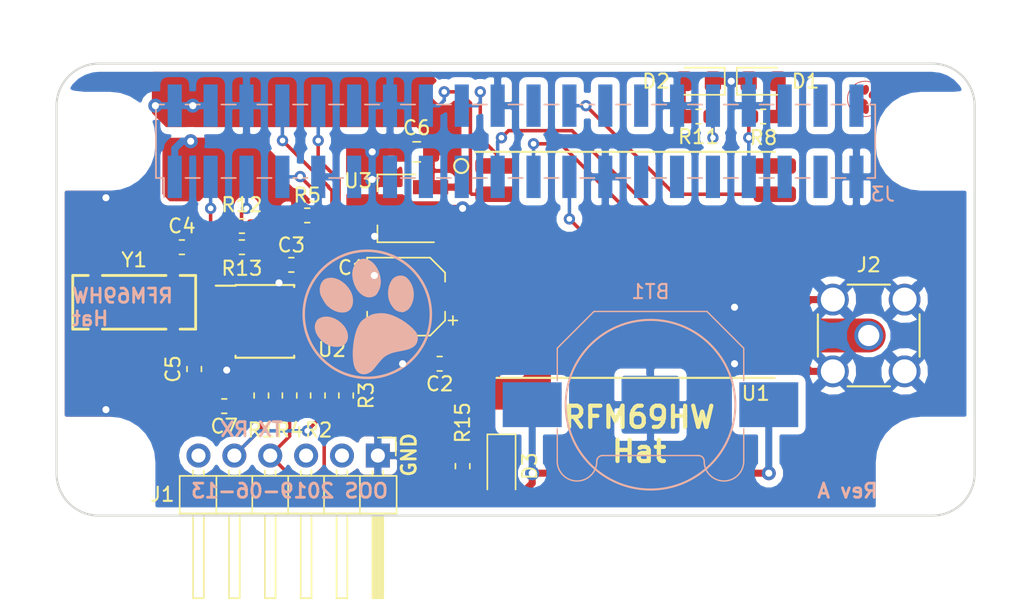
<source format=kicad_pcb>
(kicad_pcb (version 20171130) (host pcbnew 5.0.2-bee76a0~70~ubuntu18.04.1)
  (layers (0 F.Cu signal) (31 B.Cu signal) (34 B.Paste user) (35 F.Paste user) (36 B.SilkS user) (37 F.SilkS user) (38 B.Mask user) (39 F.Mask user) (44 Edge.Cuts user))
  (net 0 "")
  (net 1 "Net-(J1-Pad2)")
  (net 2 "Net-(J1-Pad3)")
  (net 3 "Net-(J1-Pad6)")
  (net 4 "Net-(U1-Pad3)")
  (net 5 "Net-(U1-Pad4)")
  (net 6 "Net-(U1-Pad5)")
  (net 7 "Net-(U1-Pad6)")
  (net 8 "Net-(U1-Pad7)")
  (net 9 GND)
  (net 10 /FTDI_TX)
  (net 11 /FTDI_RX)
  (net 12 /SDA)
  (net 13 /SCL)
  (net 14 /PI_TX)
  (net 15 /PI_RX)
  (net 16 "Net-(J3-Pad11)")
  (net 17 "Net-(J3-Pad12)")
  (net 18 "Net-(J3-Pad13)")
  (net 19 "Net-(J3-Pad26)")
  (net 20 "Net-(J3-Pad27)")
  (net 21 "Net-(J3-Pad28)")
  (net 22 /RFM_RESET)
  (net 23 /RFM_INT)
  (net 24 /LED0)
  (net 25 /LED1)
  (net 26 "Net-(J3-Pad37)")
  (net 27 "Net-(U1-Pad16)")
  (net 28 "Net-(J3-Pad15)")
  (net 29 "Net-(J3-Pad22)")
  (net 30 "Net-(J3-Pad35)")
  (net 31 "Net-(J3-Pad36)")
  (net 32 "Net-(J3-Pad38)")
  (net 33 "Net-(J3-Pad40)")
  (net 34 "Net-(D1-Pad2)")
  (net 35 "Net-(D2-Pad2)")
  (net 36 "Net-(J3-Pad31)")
  (net 37 "Net-(J3-Pad29)")
  (net 38 /VBAT_IN)
  (net 39 /X1)
  (net 40 /X2)
  (net 41 /VBAT_D)
  (net 42 /ANT)
  (net 43 /VBAT)
  (net 44 "Net-(J3-Pad17)")
  (net 45 +3V3_REG)
  (net 46 +3V3_PI)
  (net 47 +5V_PI)
  (net 48 /CS)
  (net 49 /SCK)
  (net 50 /MISO)
  (net 51 /MOSI)
  (net 52 /MFP)
  (module humidity:MountingHole_2.7mm_M2.5 (layer F.Cu) (at 158 50)
    (fp_text reference H2 hide)
    (fp_text value MountingHole)
    (pad 1 np_thru_hole circle (at 0 0) (size 2.7 2.7) (drill 2.7) (layers *.Cu))
  )
  (module humidity:MountingHole_2.7mm_M2.5 (layer F.Cu) (at 158 73)
    (fp_text reference H3 hide)
    (fp_text value MountingHole)
    (pad 1 np_thru_hole circle (at 0 0) (size 2.7 2.7) (drill 2.7) (layers *.Cu))
  )
  (module humidity:MountingHole_2.7mm_M2.5 (layer F.Cu) (at 100 73)
    (fp_text reference H4 hide)
    (fp_text value MountingHole)
    (pad 1 np_thru_hole circle (at 0 0) (size 2.7 2.7) (drill 2.7) (layers *.Cu))
  )
  (module humidity:MountingHole_2.7mm_M2.5 (layer F.Cu) (at 100 50)
    (fp_text reference H1 hide)
    (fp_text value MountingHole)
    (pad 1 np_thru_hole circle (at 0 0) (size 2.7 2.7) (drill 2.7) (layers *.Cu))
  )
  (module Diode_SMD:D_SOD-123 (layer F.Cu) (at 128 73 270)
    (fp_text reference D3 (at 0 -2 270) (layer F.SilkS))
    (fp_text value B0520LW-7-F)
    (pad 2 smd rect (at 1.65 0 270) (size 0.9 1.2) (layers F.Cu F.Paste F.Mask) (net 38 /VBAT_IN))
    (pad 1 smd rect (at -1.65 0 270) (size 0.9 1.2) (layers F.Cu F.Paste F.Mask) (net 41 /VBAT_D))
  )
  (module Capacitor_SMD:C_0805_2012Metric_Pad1.15x1.40mm_HandSolder (layer F.Cu) (at 122 50.75 180)
    (fp_text reference C6 (at 0 1.7 180) (layer F.SilkS))
    (fp_text value 1u)
    (pad 2 smd roundrect (at 1.025 0 180) (size 1.15 1.4) (layers F.Cu F.Paste F.Mask) (roundrect_rratio 0.217391) (net 9 GND))
    (pad 1 smd roundrect (at -1.025 0 180) (size 1.15 1.4) (layers F.Cu F.Paste F.Mask) (roundrect_rratio 0.217391) (net 47 +5V_PI))
  )
  (module Capacitor_SMD:C_0603_1608Metric_Pad1.05x0.95mm_HandSolder (layer F.Cu) (at 105.375 57.5 180)
    (fp_text reference C4 (at 0 1.5 180) (layer F.SilkS))
    (fp_text value 10p)
    (pad 2 smd roundrect (at 0.875 0 180) (size 1.05 0.95) (layers F.Cu F.Paste F.Mask) (net 9 GND))
    (pad 1 smd roundrect (at -0.875 0 180) (size 1.05 0.95) (layers F.Cu F.Paste F.Mask) (net 39 /X1))
  )
  (module "humidity:Crystal LFXTAL016178" (layer F.Cu) (at 102 61.4 180)
    (fp_text reference Y1 (at 0 3 180) (layer F.SilkS))
    (fp_text value "32768 - 6pF")
    (pad 1 smd rect (at -2.75 -1.35 180) (size 0.7 2) (layers F.Cu F.Paste F.Mask) (net 40 /X2))
    (pad 2 smd rect (at -2.75 1.35 180) (size 0.7 2) (layers F.Cu F.Paste F.Mask) (net 39 /X1))
    (pad "" smd rect (at 2.75 -1.35 180) (size 0.7 2) (layers F.Cu F.Paste F.Mask))
    (pad "" smd rect (at 2.75 1.35 180) (size 0.7 2) (layers F.Cu F.Paste F.Mask))
  )
  (module humidity:Adam_Tech_SMA_Female_RF2-19A (layer F.Cu) (at 154 63.75 180)
    (fp_text reference J2 (at 0 5 180) (layer F.SilkS))
    (fp_text value Conn_Coaxial)
    (pad 2 thru_hole circle (at 2.54 -2.54 180) (size 2.25 2.25) (drill 1.7) (layers *.Cu *.Mask) (net 9 GND))
    (pad 2 thru_hole circle (at 2.54 2.54 180) (size 2.25 2.25) (drill 1.7) (layers *.Cu *.Mask) (net 9 GND))
    (pad 2 thru_hole circle (at -2.54 2.54 180) (size 2.25 2.25) (drill 1.7) (layers *.Cu *.Mask) (net 9 GND))
    (pad 2 thru_hole circle (at -2.54 -2.54 180) (size 2.25 2.25) (drill 1.7) (layers *.Cu *.Mask) (net 9 GND))
    (pad 1 thru_hole circle (at 0 0 180) (size 2.05 2.05) (drill 1.5) (layers *.Cu *.Mask) (net 42 /ANT))
  )
  (module humidity:R_0603_1608Metric_Pad1.05x0.95mm_HandSolder-DNP (layer F.Cu) (at 109.625 56)
    (fp_text reference R12 (at 0 -1.5) (layer F.SilkS))
    (fp_text value DNP)
    (pad 2 smd roundrect (at 0.875 0) (size 1.05 0.95) (layers F.Cu F.Mask) (net 46 +3V3_PI))
    (pad 1 smd roundrect (at -0.875 0) (size 1.05 0.95) (layers F.Cu F.Mask) (net 13 /SCL))
  )
  (module humidity:R_0603_1608Metric_Pad1.05x0.95mm_HandSolder-DNP (layer F.Cu) (at 109.625 57.5)
    (fp_text reference R13 (at 0 1.5) (layer F.SilkS))
    (fp_text value DNP)
    (pad 2 smd roundrect (at 0.875 0) (size 1.05 0.95) (layers F.Cu F.Mask) (net 46 +3V3_PI))
    (pad 1 smd roundrect (at -0.875 0) (size 1.05 0.95) (layers F.Cu F.Mask) (net 12 /SDA))
  )
  (module humidity:R_0603_1608Metric_Pad1.05x0.95mm_HandSolder-DNP (layer F.Cu) (at 113 68 270)
    (fp_text reference R4 (at 2.45 0) (layer F.SilkS))
    (fp_text value DNP)
    (pad 2 smd roundrect (at 0.875 0 270) (size 1.05 0.95) (layers F.Cu F.Mask) (net 10 /FTDI_TX))
    (pad 1 smd roundrect (at -0.875 0 270) (size 1.05 0.95) (layers F.Cu F.Mask) (net 14 /PI_TX))
  )
  (module humidity:R_0603_1608Metric_Pad1.05x0.95mm_HandSolder-DNP (layer F.Cu) (at 111 68 270)
    (fp_text reference R1 (at 2.45 0 180) (layer F.SilkS))
    (fp_text value DNP)
    (pad 2 smd roundrect (at 0.875 0 270) (size 1.05 0.95) (layers F.Cu F.Mask) (net 11 /FTDI_RX))
    (pad 1 smd roundrect (at -0.875 0 270) (size 1.05 0.95) (layers F.Cu F.Mask) (net 15 /PI_RX))
  )
  (module Capacitor_SMD:CP_Elec_5x5.3 (layer F.Cu) (at 121.25 61 180)
    (fp_text reference C1 (at 3.85 2.05) (layer F.SilkS))
    (fp_text value 22u)
    (pad 2 smd rect (at 2.2 0 180) (size 3 1.6) (layers F.Cu F.Paste F.Mask) (net 9 GND))
    (pad 1 smd rect (at -2.2 0 180) (size 3 1.6) (layers F.Cu F.Paste F.Mask) (net 45 +3V3_REG))
  )
  (module Resistor_SMD:R_0603_1608Metric_Pad1.05x0.95mm_HandSolder (layer F.Cu) (at 125.25 73 270)
    (fp_text reference R15 (at -3.075 0 270) (layer F.SilkS))
    (fp_text value 1k)
    (pad 1 smd roundrect (at -0.875 0 270) (size 1.05 0.95) (layers F.Cu F.Paste F.Mask) (net 41 /VBAT_D))
    (pad 2 smd roundrect (at 0.875 0 270) (size 1.05 0.95) (layers F.Cu F.Paste F.Mask) (net 43 /VBAT))
  )
  (module Resistor_SMD:R_0603_1608Metric_Pad1.05x0.95mm_HandSolder (layer F.Cu) (at 141.945 48.25 180)
    (fp_text reference R11 (at 0 -1.43 180) (layer F.SilkS))
    (fp_text value 330R)
    (pad 2 smd roundrect (at 0.875 0 180) (size 1.05 0.95) (layers F.Cu F.Paste F.Mask) (net 35 "Net-(D2-Pad2)"))
    (pad 1 smd roundrect (at -0.875 0 180) (size 1.05 0.95) (layers F.Cu F.Paste F.Mask) (net 24 /LED0))
  )
  (module Resistor_SMD:R_0603_1608Metric_Pad1.05x0.95mm_HandSolder (layer F.Cu) (at 146.525 48.25)
    (fp_text reference R8 (at 0.025 1.5) (layer F.SilkS))
    (fp_text value 330R)
    (pad 2 smd roundrect (at 0.875 0) (size 1.05 0.95) (layers F.Cu F.Paste F.Mask) (net 34 "Net-(D1-Pad2)"))
    (pad 1 smd roundrect (at -0.875 0) (size 1.05 0.95) (layers F.Cu F.Paste F.Mask) (net 25 /LED1))
  )
  (module Capacitor_SMD:C_0603_1608Metric_Pad1.05x0.95mm_HandSolder (layer F.Cu) (at 106.25 66.125 270)
    (fp_text reference C5 (at 0 1.5 270) (layer F.SilkS))
    (fp_text value 10p)
    (pad 2 smd roundrect (at 0.875 0 270) (size 1.05 0.95) (layers F.Cu F.Paste F.Mask) (net 9 GND))
    (pad 1 smd roundrect (at -0.875 0 270) (size 1.05 0.95) (layers F.Cu F.Paste F.Mask) (net 40 /X2))
  )
  (module Capacitor_SMD:C_0603_1608Metric_Pad1.05x0.95mm_HandSolder (layer F.Cu) (at 113.125 58.75 180)
    (fp_text reference C3 (at 0 1.4 180) (layer F.SilkS))
    (fp_text value 100n)
    (pad 2 smd roundrect (at 0.875 0 180) (size 1.05 0.95) (layers F.Cu F.Paste F.Mask) (net 9 GND))
    (pad 1 smd roundrect (at -0.875 0 180) (size 1.05 0.95) (layers F.Cu F.Paste F.Mask) (net 46 +3V3_PI))
  )
  (module Capacitor_SMD:C_0603_1608Metric_Pad1.05x0.95mm_HandSolder (layer F.Cu) (at 123.625 65.75 180)
    (fp_text reference C2 (at 0 -1.43 180) (layer F.SilkS))
    (fp_text value 100n)
    (pad 2 smd roundrect (at 0.875 0 180) (size 1.05 0.95) (layers F.Cu F.Paste F.Mask) (net 9 GND))
    (pad 1 smd roundrect (at -0.875 0 180) (size 1.05 0.95) (layers F.Cu F.Paste F.Mask) (net 45 +3V3_REG))
  )
  (module Resistor_SMD:R_0603_1608Metric_Pad1.05x0.95mm_HandSolder (layer F.Cu) (at 117 68 270)
    (fp_text reference R3 (at 0 -1.43 270) (layer F.SilkS))
    (fp_text value 0)
    (pad 2 smd roundrect (at 0.875 0 270) (size 1.05 0.95) (layers F.Cu F.Paste F.Mask) (net 10 /FTDI_TX))
    (pad 1 smd roundrect (at -0.875 0 270) (size 1.05 0.95) (layers F.Cu F.Paste F.Mask) (net 15 /PI_RX))
  )
  (module Resistor_SMD:R_0603_1608Metric_Pad1.05x0.95mm_HandSolder (layer F.Cu) (at 115 68 270)
    (fp_text reference R2 (at 2.45 -0.05) (layer F.SilkS))
    (fp_text value 0)
    (pad 2 smd roundrect (at 0.875 0 270) (size 1.05 0.95) (layers F.Cu F.Paste F.Mask) (net 11 /FTDI_RX))
    (pad 1 smd roundrect (at -0.875 0 270) (size 1.05 0.95) (layers F.Cu F.Paste F.Mask) (net 14 /PI_TX))
  )
  (module humidity:paw-large-screen-circ (layer B.Cu) (at 118.5 62.25 210)
    (fp_text reference G*** hide)
    (fp_text value LOGO hide)
  )
  (module humidity:CR1216_Keystone_3000 (layer B.Cu) (at 138.55 68.65)
    (fp_text reference BT1 (at 0 -8) (layer B.SilkS) (effects (justify mirror)))
    (fp_text value KEYS3000)
    (pad 2 smd roundrect (at 0 0) (size 4.1 4.1) (layers B.Cu B.Mask) (roundrect_rratio 0.05) (net 9 GND))
    (pad 1 smd rect (at 8.374 0) (size 4.175 3.175) (layers B.Cu B.Paste B.Mask) (net 38 /VBAT_IN))
    (pad 1 smd rect (at -8.374 0) (size 4.175 3.175) (layers B.Cu B.Paste B.Mask) (net 38 /VBAT_IN))
  )
  (module Connector_PinSocket_2.54mm:PinSocket_2x20_P2.54mm_Vertical_SMD (layer B.Cu) (at 129 50 270)
    (fp_text reference J3 (at 3.75 -26) (layer B.SilkS) (effects (justify mirror)))
    (fp_text value Raspberry_Pi_2_3)
    (pad 40 smd rect (at -2.52 -24.13 270) (size 3 1) (layers B.Cu B.Paste B.Mask) (net 33 "Net-(J3-Pad40)"))
    (pad 39 smd rect (at 2.52 -24.13 270) (size 3 1) (layers B.Cu B.Paste B.Mask) (net 9 GND))
    (pad 38 smd rect (at -2.52 -21.59 270) (size 3 1) (layers B.Cu B.Paste B.Mask) (net 32 "Net-(J3-Pad38)"))
    (pad 37 smd rect (at 2.52 -21.59 270) (size 3 1) (layers B.Cu B.Paste B.Mask) (net 26 "Net-(J3-Pad37)"))
    (pad 36 smd rect (at -2.52 -19.05 270) (size 3 1) (layers B.Cu B.Paste B.Mask) (net 31 "Net-(J3-Pad36)"))
    (pad 35 smd rect (at 2.52 -19.05 270) (size 3 1) (layers B.Cu B.Paste B.Mask) (net 30 "Net-(J3-Pad35)"))
    (pad 34 smd rect (at -2.52 -16.51 270) (size 3 1) (layers B.Cu B.Paste B.Mask) (net 9 GND))
    (pad 33 smd rect (at 2.52 -16.51 270) (size 3 1) (layers B.Cu B.Paste B.Mask) (net 25 /LED1))
    (pad 32 smd rect (at -2.52 -13.97 270) (size 3 1) (layers B.Cu B.Paste B.Mask) (net 24 /LED0))
    (pad 31 smd rect (at 2.52 -13.97 270) (size 3 1) (layers B.Cu B.Paste B.Mask) (net 36 "Net-(J3-Pad31)"))
    (pad 30 smd rect (at -2.52 -11.43 270) (size 3 1) (layers B.Cu B.Paste B.Mask) (net 9 GND))
    (pad 29 smd rect (at 2.52 -11.43 270) (size 3 1) (layers B.Cu B.Paste B.Mask) (net 37 "Net-(J3-Pad29)"))
    (pad 28 smd rect (at -2.52 -8.89 270) (size 3 1) (layers B.Cu B.Paste B.Mask) (net 21 "Net-(J3-Pad28)"))
    (pad 27 smd rect (at 2.52 -8.89 270) (size 3 1) (layers B.Cu B.Paste B.Mask) (net 20 "Net-(J3-Pad27)"))
    (pad 26 smd rect (at -2.52 -6.35 270) (size 3 1) (layers B.Cu B.Paste B.Mask) (net 19 "Net-(J3-Pad26)"))
    (pad 25 smd rect (at 2.52 -6.35 270) (size 3 1) (layers B.Cu B.Paste B.Mask) (net 9 GND))
    (pad 24 smd rect (at -2.52 -3.81 270) (size 3 1) (layers B.Cu B.Paste B.Mask) (net 48 /CS))
    (pad 23 smd rect (at 2.52 -3.81 270) (size 3 1) (layers B.Cu B.Paste B.Mask) (net 49 /SCK))
    (pad 22 smd rect (at -2.52 -1.27 270) (size 3 1) (layers B.Cu B.Paste B.Mask) (net 29 "Net-(J3-Pad22)"))
    (pad 21 smd rect (at 2.52 -1.27 270) (size 3 1) (layers B.Cu B.Paste B.Mask) (net 50 /MISO))
    (pad 20 smd rect (at -2.52 1.27 270) (size 3 1) (layers B.Cu B.Paste B.Mask) (net 9 GND))
    (pad 19 smd rect (at 2.52 1.27 270) (size 3 1) (layers B.Cu B.Paste B.Mask) (net 51 /MOSI))
    (pad 18 smd rect (at -2.52 3.81 270) (size 3 1) (layers B.Cu B.Paste B.Mask) (net 22 /RFM_RESET))
    (pad 17 smd rect (at 2.52 3.81 270) (size 3 1) (layers B.Cu B.Paste B.Mask) (net 44 "Net-(J3-Pad17)"))
    (pad 16 smd rect (at -2.52 6.35 270) (size 3 1) (layers B.Cu B.Paste B.Mask) (net 23 /RFM_INT))
    (pad 15 smd rect (at 2.52 6.35 270) (size 3 1) (layers B.Cu B.Paste B.Mask) (net 28 "Net-(J3-Pad15)"))
    (pad 14 smd rect (at -2.52 8.89 270) (size 3 1) (layers B.Cu B.Paste B.Mask) (net 9 GND))
    (pad 13 smd rect (at 2.52 8.89 270) (size 3 1) (layers B.Cu B.Paste B.Mask) (net 18 "Net-(J3-Pad13)"))
    (pad 12 smd rect (at -2.52 11.43 270) (size 3 1) (layers B.Cu B.Paste B.Mask) (net 17 "Net-(J3-Pad12)"))
    (pad 11 smd rect (at 2.52 11.43 270) (size 3 1) (layers B.Cu B.Paste B.Mask) (net 16 "Net-(J3-Pad11)"))
    (pad 10 smd rect (at -2.52 13.97 270) (size 3 1) (layers B.Cu B.Paste B.Mask) (net 15 /PI_RX))
    (pad 9 smd rect (at 2.52 13.97 270) (size 3 1) (layers B.Cu B.Paste B.Mask) (net 9 GND))
    (pad 8 smd rect (at -2.52 16.51 270) (size 3 1) (layers B.Cu B.Paste B.Mask) (net 14 /PI_TX))
    (pad 7 smd rect (at 2.52 16.51 270) (size 3 1) (layers B.Cu B.Paste B.Mask) (net 52 /MFP))
    (pad 6 smd rect (at -2.52 19.05 270) (size 3 1) (layers B.Cu B.Paste B.Mask) (net 9 GND))
    (pad 5 smd rect (at 2.52 19.05 270) (size 3 1) (layers B.Cu B.Paste B.Mask) (net 13 /SCL))
    (pad 4 smd rect (at -2.52 21.59 270) (size 3 1) (layers B.Cu B.Paste B.Mask) (net 47 +5V_PI))
    (pad 3 smd rect (at 2.52 21.59 270) (size 3 1) (layers B.Cu B.Paste B.Mask) (net 12 /SDA))
    (pad 2 smd rect (at -2.52 24.13 270) (size 3 1) (layers B.Cu B.Paste B.Mask) (net 47 +5V_PI))
    (pad 1 smd rect (at 2.52 24.13 270) (size 3 1) (layers B.Cu B.Paste B.Mask) (net 46 +3V3_PI))
  )
  (module Connector_PinHeader_2.54mm:PinHeader_1x06_P2.54mm_Horizontal (layer F.Cu) (at 119.25 72.25 270)
    (fp_text reference J1 (at 2.75 15.25) (layer F.SilkS))
    (fp_text value FTDI)
    (pad 1 thru_hole rect (at 0 0 270) (size 1.7 1.7) (drill 1) (layers *.Cu *.Mask) (net 9 GND))
    (pad 2 thru_hole oval (at 0 2.54 270) (size 1.7 1.7) (drill 1) (layers *.Cu *.Mask) (net 1 "Net-(J1-Pad2)"))
    (pad 3 thru_hole oval (at 0 5.08 270) (size 1.7 1.7) (drill 1) (layers *.Cu *.Mask) (net 2 "Net-(J1-Pad3)"))
    (pad 4 thru_hole oval (at 0 7.62 270) (size 1.7 1.7) (drill 1) (layers *.Cu *.Mask) (net 10 /FTDI_TX))
    (pad 5 thru_hole oval (at 0 10.16 270) (size 1.7 1.7) (drill 1) (layers *.Cu *.Mask) (net 11 /FTDI_RX))
    (pad 6 thru_hole oval (at 0 12.7 270) (size 1.7 1.7) (drill 1) (layers *.Cu *.Mask) (net 3 "Net-(J1-Pad6)"))
  )
  (module humidity:RFM69HW (layer F.Cu) (at 137.5 58.75)
    (fp_text reference U1 (at 8.5 9.1) (layer F.SilkS))
    (fp_text value RFM69HW)
    (pad 1 smd roundrect (at -9.85 -7) (size 3 1.1) (layers F.Cu F.Paste F.Mask) (net 22 /RFM_RESET))
    (pad 2 smd roundrect (at -9.85 -5) (size 3 1.1) (layers F.Cu F.Paste F.Mask) (net 23 /RFM_INT))
    (pad 3 smd roundrect (at -9.85 -3) (size 3 1.1) (layers F.Cu F.Paste F.Mask) (net 4 "Net-(U1-Pad3)"))
    (pad 4 smd roundrect (at -9.85 -1) (size 3 1.1) (layers F.Cu F.Paste F.Mask) (net 5 "Net-(U1-Pad4)"))
    (pad 5 smd roundrect (at -9.85 1) (size 3 1.1) (layers F.Cu F.Paste F.Mask) (net 6 "Net-(U1-Pad5)"))
    (pad 6 smd roundrect (at -9.85 3) (size 3 1.1) (layers F.Cu F.Paste F.Mask) (net 7 "Net-(U1-Pad6)"))
    (pad 7 smd roundrect (at -9.85 5) (size 3 1.1) (layers F.Cu F.Paste F.Mask) (net 8 "Net-(U1-Pad7)"))
    (pad 8 smd roundrect (at -9.85 7) (size 3 1.1) (layers F.Cu F.Paste F.Mask) (net 45 +3V3_REG))
    (pad 9 smd roundrect (at 9.85 7) (size 3 1.1) (layers F.Cu F.Paste F.Mask) (net 9 GND))
    (pad 10 smd roundrect (at 9.85 5) (size 3 1.1) (layers F.Cu F.Paste F.Mask) (net 42 /ANT))
    (pad 11 smd roundrect (at 9.85 3) (size 3 1.1) (layers F.Cu F.Paste F.Mask) (net 9 GND))
    (pad 12 smd roundrect (at 9.85 1) (size 3 1.1) (layers F.Cu F.Paste F.Mask) (net 49 /SCK))
    (pad 13 smd roundrect (at 9.85 -1) (size 3 1.1) (layers F.Cu F.Paste F.Mask) (net 50 /MISO))
    (pad 14 smd roundrect (at 9.85 -3) (size 3 1.1) (layers F.Cu F.Paste F.Mask) (net 51 /MOSI))
    (pad 15 smd roundrect (at 9.85 -5) (size 3 1.1) (layers F.Cu F.Paste F.Mask) (net 48 /CS))
    (pad 16 smd roundrect (at 9.85 -7) (size 3 1.1) (layers F.Cu F.Paste F.Mask) (net 27 "Net-(U1-Pad16)"))
  )
  (module Package_SO:SOIC-8_3.9x4.9mm_P1.27mm (layer F.Cu) (at 111.25 62.75)
    (fp_text reference U2 (at 4.75 2 180) (layer F.SilkS))
    (fp_text value MCP7940N-xSN)
    (pad 1 smd rect (at -2.7 -1.905) (size 1.55 0.6) (layers F.Cu F.Paste F.Mask) (net 39 /X1))
    (pad 2 smd rect (at -2.7 -0.635) (size 1.55 0.6) (layers F.Cu F.Paste F.Mask) (net 40 /X2))
    (pad 3 smd rect (at -2.7 0.635) (size 1.55 0.6) (layers F.Cu F.Paste F.Mask) (net 43 /VBAT))
    (pad 4 smd rect (at -2.7 1.905) (size 1.55 0.6) (layers F.Cu F.Paste F.Mask) (net 9 GND))
    (pad 5 smd rect (at 2.7 1.905) (size 1.55 0.6) (layers F.Cu F.Paste F.Mask) (net 12 /SDA))
    (pad 6 smd rect (at 2.7 0.635) (size 1.55 0.6) (layers F.Cu F.Paste F.Mask) (net 13 /SCL))
    (pad 7 smd rect (at 2.7 -0.635) (size 1.55 0.6) (layers F.Cu F.Paste F.Mask) (net 52 /MFP))
    (pad 8 smd rect (at 2.7 -1.905) (size 1.55 0.6) (layers F.Cu F.Paste F.Mask) (net 46 +3V3_PI))
  )
  (module LED_SMD:LED_0805_2012Metric_Pad1.15x1.40mm_HandSolder (layer F.Cu) (at 146.525 45.75)
    (fp_text reference D1 (at 3 0) (layer F.SilkS))
    (fp_text value KP-2012LSURCK)
    (pad 2 smd roundrect (at 1.025 0) (size 1.15 1.4) (layers F.Cu F.Paste F.Mask) (roundrect_rratio 0.217391) (net 34 "Net-(D1-Pad2)"))
    (pad 1 smd roundrect (at -1.025 0) (size 1.15 1.4) (layers F.Cu F.Paste F.Mask) (roundrect_rratio 0.217391) (net 9 GND))
  )
  (module LED_SMD:LED_0805_2012Metric_Pad1.15x1.40mm_HandSolder (layer F.Cu) (at 141.945 45.75 180)
    (fp_text reference D2 (at 3 0 180) (layer F.SilkS))
    (fp_text value KP-2012LSGC)
    (pad 1 smd roundrect (at -1.025 0 180) (size 1.15 1.4) (layers F.Cu F.Paste F.Mask) (roundrect_rratio 0.217391) (net 9 GND))
    (pad 2 smd roundrect (at 1.025 0 180) (size 1.15 1.4) (layers F.Cu F.Paste F.Mask) (roundrect_rratio 0.217391) (net 35 "Net-(D2-Pad2)"))
  )
  (module humidity:paw-cu-circ (layer F.Cu) (at 153.75 47 330)
    (fp_text reference G*** hide)
    (fp_text value LOGO hide)
    (fp_circle (center 0 0) (end -1.25 0) (layer F.Cu) (width 0.05))
    (fp_poly (pts (xy 0.371017 -0.909496) (xy 0.386785 -0.905063) (xy 0.430654 -0.883932) (xy 0.46968 -0.851813) (xy 0.502817 -0.809837) (xy 0.529019 -0.759133) (xy 0.534225 -0.745613) (xy 0.539895 -0.72788) (xy 0.543834 -0.709504) (xy 0.546365 -0.687562) (xy 0.54781 -0.659127) (xy 0.548494 -0.621274) (xy 0.54854 -0.61595) (xy 0.548585 -0.577338) (xy 0.547794 -0.548189) (xy 0.545841 -0.525276) (xy 0.542399 -0.505373) (xy 0.537141 -0.485253) (xy 0.534404 -0.47625) (xy 0.507933 -0.408465) (xy 0.473747 -0.349128) (xy 0.432498 -0.299098) (xy 0.384842 -0.259236) (xy 0.356667 -0.242239) (xy 0.312326 -0.22394) (xy 0.270188 -0.217628) (xy 0.228674 -0.223167) (xy 0.209619 -0.229551) (xy 0.169071 -0.252113) (xy 0.132824 -0.285114) (xy 0.101924 -0.32672) (xy 0.077416 -0.375094) (xy 0.060348 -0.4284) (xy 0.051765 -0.484803) (xy 0.050941 -0.508) (xy 0.055604 -0.578927) (xy 0.069252 -0.64667) (xy 0.091136 -0.7098) (xy 0.120506 -0.766889) (xy 0.156614 -0.816507) (xy 0.19871 -0.857225) (xy 0.246044 -0.887616) (xy 0.251394 -0.890199) (xy 0.294846 -0.906773) (xy 0.333839 -0.913108) (xy 0.371017 -0.909496)) (layer F.Cu) (width 0.01))
    (fp_poly (pts (xy -0.303253 -0.89691) (xy -0.298828 -0.895478) (xy -0.244816 -0.870724) (xy -0.196415 -0.835232) (xy -0.154277 -0.789958) (xy -0.119056 -0.735857) (xy -0.091404 -0.673883) (xy -0.071975 -0.604991) (xy -0.063395 -0.551205) (xy -0.060553 -0.482692) (xy -0.067558 -0.419073) (xy -0.084099 -0.361492) (xy -0.109861 -0.311095) (xy -0.138887 -0.274647) (xy -0.174594 -0.244665) (xy -0.213409 -0.226111) (xy -0.258024 -0.217719) (xy -0.26035 -0.21755) (xy -0.282112 -0.216651) (xy -0.299117 -0.218167) (xy -0.315989 -0.223201) (xy -0.337352 -0.232852) (xy -0.34898 -0.23865) (xy -0.403135 -0.272954) (xy -0.450613 -0.317324) (xy -0.489926 -0.370233) (xy -0.506371 -0.40005) (xy -0.532728 -0.464404) (xy -0.550147 -0.531171) (xy -0.558493 -0.598168) (xy -0.557625 -0.66321) (xy -0.547407 -0.724113) (xy -0.530005 -0.773792) (xy -0.503022 -0.82098) (xy -0.470354 -0.858217) (xy -0.433021 -0.884967) (xy -0.392046 -0.90069) (xy -0.348449 -0.904851) (xy -0.303253 -0.89691)) (layer F.Cu) (width 0.01))
    (fp_poly (pts (xy 0.803629 -0.358838) (xy 0.823439 -0.351792) (xy 0.834643 -0.34654) (xy 0.873721 -0.320719) (xy 0.904974 -0.286219) (xy 0.928318 -0.244432) (xy 0.94367 -0.196749) (xy 0.950946 -0.144558) (xy 0.950063 -0.08925) (xy 0.940937 -0.032216) (xy 0.923484 0.025155) (xy 0.897621 0.081472) (xy 0.863583 0.134914) (xy 0.829889 0.173609) (xy 0.791007 0.206663) (xy 0.748935 0.233158) (xy 0.705673 0.252181) (xy 0.663221 0.262815) (xy 0.62358 0.264147) (xy 0.595011 0.257818) (xy 0.551972 0.235626) (xy 0.516557 0.204302) (xy 0.48904 0.165065) (xy 0.46969 0.119136) (xy 0.458777 0.067736) (xy 0.456574 0.012085) (xy 0.463351 -0.046596) (xy 0.479379 -0.107087) (xy 0.501869 -0.161925) (xy 0.534668 -0.218831) (xy 0.573773 -0.26751) (xy 0.617984 -0.307028) (xy 0.666102 -0.33645) (xy 0.716927 -0.354842) (xy 0.757289 -0.360907) (xy 0.783636 -0.361494) (xy 0.803629 -0.358838)) (layer F.Cu) (width 0.01))
    (fp_poly (pts (xy -0.697063 -0.315215) (xy -0.686459 -0.310906) (xy -0.629871 -0.278478) (xy -0.578612 -0.235682) (xy -0.534028 -0.184209) (xy -0.49747 -0.12575) (xy -0.470284 -0.061997) (xy -0.460242 -0.027079) (xy -0.452841 0.01773) (xy -0.450731 0.065557) (xy -0.453694 0.112554) (xy -0.461516 0.154873) (xy -0.472181 0.185057) (xy -0.490976 0.215794) (xy -0.516149 0.244985) (xy -0.544122 0.26899) (xy -0.568505 0.283059) (xy -0.589734 0.288418) (xy -0.617918 0.291088) (xy -0.647567 0.290916) (xy -0.67319 0.287751) (xy -0.67945 0.28614) (xy -0.734073 0.263004) (xy -0.785315 0.228893) (xy -0.831801 0.185371) (xy -0.872152 0.134003) (xy -0.904992 0.076356) (xy -0.928944 0.013995) (xy -0.933496 -0.002604) (xy -0.94259 -0.054675) (xy -0.944769 -0.108336) (xy -0.940266 -0.160149) (xy -0.929314 -0.206673) (xy -0.917761 -0.234591) (xy -0.893987 -0.267443) (xy -0.861511 -0.293684) (xy -0.822956 -0.312447) (xy -0.780948 -0.322867) (xy -0.738109 -0.324078) (xy -0.697063 -0.315215)) (layer F.Cu) (width 0.01))
    (fp_poly (pts (xy 0.0254 0.041597) (xy 0.071956 0.042508) (xy 0.109329 0.045499) (xy 0.140982 0.051505) (xy 0.170378 0.061463) (xy 0.200983 0.076309) (xy 0.23626 0.096979) (xy 0.240841 0.099814) (xy 0.291001 0.135843) (xy 0.343163 0.18214) (xy 0.395892 0.236748) (xy 0.44775 0.297709) (xy 0.497303 0.363067) (xy 0.543112 0.430864) (xy 0.583743 0.499142) (xy 0.617759 0.565945) (xy 0.643723 0.629315) (xy 0.654461 0.663483) (xy 0.664551 0.718032) (xy 0.6639 0.767435) (xy 0.652835 0.810978) (xy 0.631681 0.847947) (xy 0.600767 0.877628) (xy 0.56042 0.899306) (xy 0.543908 0.904937) (xy 0.51218 0.91106) (xy 0.474825 0.91338) (xy 0.438415 0.91163) (xy 0.425521 0.909719) (xy 0.414271 0.906397) (xy 0.393729 0.899192) (xy 0.366365 0.889015) (xy 0.334649 0.876772) (xy 0.317571 0.870017) (xy 0.258965 0.847188) (xy 0.209752 0.829459) (xy 0.167883 0.816416) (xy 0.131314 0.807643) (xy 0.097996 0.802722) (xy 0.065884 0.801239) (xy 0.032929 0.802777) (xy 0.003112 0.806098) (xy -0.017661 0.809182) (xy -0.038077 0.813051) (xy -0.059964 0.81824) (xy -0.085152 0.825283) (xy -0.11547 0.834714) (xy -0.152746 0.847069) (xy -0.198809 0.862882) (xy -0.238125 0.876597) (xy -0.303821 0.89611) (xy -0.36316 0.906522) (xy -0.415403 0.907759) (xy -0.45981 0.899747) (xy -0.462123 0.898999) (xy -0.501111 0.879671) (xy -0.535154 0.850412) (xy -0.562405 0.813606) (xy -0.58102 0.771636) (xy -0.588473 0.735754) (xy -0.588046 0.703299) (xy -0.581593 0.662215) (xy -0.569829 0.614639) (xy -0.553467 0.562707) (xy -0.533222 0.508554) (xy -0.509806 0.454318) (xy -0.483934 0.402133) (xy -0.466649 0.371195) (xy -0.419367 0.296466) (xy -0.371562 0.233179) (xy -0.321845 0.180103) (xy -0.268828 0.136008) (xy -0.211121 0.099666) (xy -0.147336 0.069848) (xy -0.111125 0.05645) (xy -0.091596 0.05028) (xy -0.073414 0.046046) (xy -0.053472 0.04341) (xy -0.028668 0.042034) (xy 0.004106 0.04158) (xy 0.0254 0.041597)) (layer F.Cu) (width 0.01))
  )
  (module Package_TO_SOT_SMD:SOT-89-3_Handsoldering (layer F.Cu) (at 121 54.75 180)
    (fp_text reference U3 (at 3.15 1.95 180) (layer F.SilkS))
    (fp_text value AP130-xxY)
    (pad 1 smd rect (at -1.98 -1.5 90) (size 1 2.5) (layers F.Cu F.Paste F.Mask) (net 45 +3V3_REG))
    (pad 2 smd rect (at -1.98 0 90) (size 1 2.5) (layers F.Cu F.Paste F.Mask) (net 9 GND))
    (pad 3 smd rect (at -1.98 1.5 90) (size 1 2.5) (layers F.Cu F.Paste F.Mask) (net 47 +5V_PI))
    (pad 2 smd rect (at 1.98 0 90) (size 2 4) (layers F.Cu F.Paste F.Mask) (net 9 GND))
    (pad 2 smd trapezoid (at -0.37 0 270) (size 1.5 0.75) (rect_delta 0 0.5) (layers F.Cu F.Paste F.Mask) (net 9 GND))
  )
  (module Capacitor_SMD:C_0603_1608Metric_Pad1.05x0.95mm_HandSolder (layer F.Cu) (at 108.375 68.75 180)
    (fp_text reference C7 (at 0 -1.43 180) (layer F.SilkS))
    (fp_text value 100n)
    (pad 1 smd roundrect (at -0.875 0 180) (size 1.05 0.95) (layers F.Cu F.Paste F.Mask) (net 43 /VBAT))
    (pad 2 smd roundrect (at 0.875 0 180) (size 1.05 0.95) (layers F.Cu F.Paste F.Mask) (net 9 GND))
  )
  (module Resistor_SMD:R_0603_1608Metric_Pad1.05x0.95mm_HandSolder (layer F.Cu) (at 114.25 55.25)
    (fp_text reference R5 (at 0 -1.43) (layer F.SilkS))
    (fp_text value 10k)
    (pad 1 smd roundrect (at -0.875 0) (size 1.05 0.95) (layers F.Cu F.Paste F.Mask) (net 46 +3V3_PI))
    (pad 2 smd roundrect (at 0.875 0) (size 1.05 0.95) (layers F.Cu F.Paste F.Mask) (net 52 /MFP))
  )
  (gr_text "RFM69HW\nHat" (at 97.5 61.75) (layer B.SilkS) (effects (font (size 1 1) (thickness 0.2)) (justify right mirror)))
  (gr_text GND (at 121.45 72.2 90) (layer F.SilkS) (effects (font (size 1 1) (thickness 0.2))))
  (gr_text TX (at 111.65 70.4) (layer B.SilkS) (effects (font (size 1 1) (thickness 0.2)) (justify mirror)))
  (gr_text RX (at 109.1 70.4) (layer B.SilkS) (effects (font (size 1 1) (thickness 0.2)) (justify mirror)))
  (gr_text "OOS 2019-06-13" (at 113 74.75) (layer B.SilkS) (effects (font (size 1 1) (thickness 0.2)) (justify mirror)))
  (gr_text "Rev A" (at 154.75 74.75) (layer B.SilkS) (effects (font (size 1 1) (thickness 0.2)) (justify left mirror)))
  (gr_text "RFM69HW\nHat" (at 137.75 70.75) (layer F.SilkS) (effects (font (size 1.5 1.5) (thickness 0.3))))
  (gr_arc (start 158.5 73.5) (end 158.5 76.5) (angle -90) (layer Edge.Cuts) (width 0.15))
  (gr_arc (start 99.5 73.5) (end 96.5 73.5) (angle -90) (layer Edge.Cuts) (width 0.15))
  (gr_arc (start 99.5 47.5) (end 99.5 44.5) (angle -90) (layer Edge.Cuts) (width 0.15))
  (gr_arc (start 158.5 47.5) (end 161.5 47.5) (angle -90) (layer Edge.Cuts) (width 0.15))
  (gr_line (start 96.5 47.5) (end 96.5 73.5) (layer Edge.Cuts) (width 0.15))
  (gr_line (start 161.5 73.5) (end 161.5 47.5) (layer Edge.Cuts) (width 0.15))
  (gr_line (start 99.5 76.5) (end 158.5 76.5) (layer Edge.Cuts) (width 0.15))
  (gr_line (start 99.5 44.5) (end 158.5 44.5) (layer Edge.Cuts) (width 0.15))
  (segment (start 150.92 61.75) (end 151.46 61.21) (width 0.25) (layer F.Cu) (net 9))
  (segment (start 150.92 65.75) (end 151.46 66.29) (width 0.25) (layer F.Cu) (net 9))
  (segment (start 149.86901 61.21) (end 149.32901 61.75) (width 0.5) (layer F.Cu) (net 9))
  (segment (start 151.46 61.21) (end 149.86901 61.21) (width 0.5) (layer F.Cu) (net 9))
  (segment (start 147.35 61.75) (end 149.32901 61.75) (width 0.5) (layer F.Cu) (net 9))
  (segment (start 151.46 66.29) (end 149.86901 66.29) (width 0.5) (layer F.Cu) (net 9))
  (segment (start 149.32901 65.75) (end 149.86901 66.29) (width 0.5) (layer F.Cu) (net 9))
  (segment (start 149.32901 65.75) (end 147.35 65.75) (width 0.5) (layer F.Cu) (net 9))
  (segment (start 116.5 64.25) (end 116.5 66.9) (width 0.5) (layer B.Cu) (net 9))
  (segment (start 135.35 54.27) (end 135.35 52.52) (width 0.5) (layer B.Cu) (net 9))
  (via (at 108.55 66.2) (size 1) (drill 0.5) (layers F.Cu B.Cu) (net 9))
  (segment (start 108.55 64.655) (end 108.55 66.2) (width 0.5) (layer F.Cu) (net 9))
  (via (at 144.27 45.75) (size 1) (drill 0.5) (layers F.Cu B.Cu) (net 9))
  (segment (start 144.27 45.75) (end 145.5 45.75) (width 0.5) (layer F.Cu) (net 9))
  (segment (start 142.97 45.75) (end 144.27 45.75) (width 0.5) (layer F.Cu) (net 9))
  (segment (start 119.25 69.65) (end 119.1 69.5) (width 0.5) (layer B.Cu) (net 9))
  (segment (start 119.25 72.25) (end 119.25 69.65) (width 0.5) (layer B.Cu) (net 9))
  (segment (start 116.5 66.9) (end 119.1 69.5) (width 0.5) (layer B.Cu) (net 9))
  (segment (start 135.35 60.45) (end 135.35 59.65) (width 0.5) (layer B.Cu) (net 9))
  (segment (start 135.35 52.52) (end 135.35 59.65) (width 0.5) (layer B.Cu) (net 9))
  (segment (start 135.35 59.65) (end 135.35 60.25) (width 0.5) (layer B.Cu) (net 9))
  (segment (start 138.5 66.45) (end 138.5 63.6) (width 0.5) (layer B.Cu) (net 9))
  (segment (start 138.55 66.5) (end 138.5 66.45) (width 0.5) (layer B.Cu) (net 9))
  (segment (start 138.55 68.65) (end 138.55 66.5) (width 0.5) (layer B.Cu) (net 9))
  (segment (start 138.5 63.6) (end 135.35 60.45) (width 0.5) (layer B.Cu) (net 9))
  (segment (start 153.13 52.52) (end 153.13 55.25) (width 0.5) (layer B.Cu) (net 9))
  (segment (start 153.13 55.25) (end 153.13 55.88) (width 0.5) (layer B.Cu) (net 9))
  (segment (start 108.55 66.2) (end 109.257106 66.2) (width 0.5) (layer B.Cu) (net 9))
  (segment (start 109.257106 66.2) (end 113 62.457106) (width 0.5) (layer B.Cu) (net 9))
  (segment (start 113 62.457106) (end 113.25 62.207106) (width 0.5) (layer B.Cu) (net 9))
  (segment (start 113.25 62.207106) (end 115.03 60.427106) (width 0.5) (layer B.Cu) (net 9))
  (segment (start 116.5 61.75) (end 116.5 64.25) (width 0.5) (layer B.Cu) (net 9))
  (segment (start 115.03 60.28) (end 116.5 61.75) (width 0.5) (layer B.Cu) (net 9))
  (segment (start 115.03 52.52) (end 115.03 56.75) (width 0.5) (layer B.Cu) (net 9))
  (segment (start 119.27 54.75) (end 123.23 54.75) (width 0.5) (layer F.Cu) (net 9))
  (via (at 125.25 54.75) (size 1) (drill 0.5) (layers F.Cu B.Cu) (net 9))
  (segment (start 122.98 54.75) (end 125.25 54.75) (width 0.5) (layer F.Cu) (net 9))
  (segment (start 119 56.75) (end 117.5 56.75) (width 0.5) (layer B.Cu) (net 9))
  (segment (start 117.5 56.75) (end 115.03 56.75) (width 0.5) (layer B.Cu) (net 9))
  (segment (start 125.25 56) (end 125.25 54.75) (width 0.5) (layer B.Cu) (net 9))
  (segment (start 119 56.75) (end 124.5 56.75) (width 0.5) (layer B.Cu) (net 9))
  (segment (start 124.5 56.75) (end 125.25 56) (width 0.5) (layer B.Cu) (net 9))
  (segment (start 124.5 56.75) (end 128.25 60.5) (width 0.5) (layer B.Cu) (net 9))
  (segment (start 135.3 60.5) (end 135.35 60.45) (width 0.5) (layer B.Cu) (net 9))
  (segment (start 128.25 60.5) (end 135.3 60.5) (width 0.5) (layer B.Cu) (net 9))
  (segment (start 156.54 61.21) (end 158.25 62.92) (width 0.75) (layer B.Cu) (net 9))
  (segment (start 158.25 64.58) (end 156.54 66.29) (width 0.75) (layer B.Cu) (net 9))
  (segment (start 158.25 62.92) (end 158.25 64.58) (width 0.75) (layer B.Cu) (net 9))
  (segment (start 156.54 66.29) (end 155.08 67.75) (width 0.75) (layer B.Cu) (net 9))
  (segment (start 152.92 67.75) (end 151.46 66.29) (width 0.75) (layer B.Cu) (net 9))
  (segment (start 155.08 67.75) (end 152.92 67.75) (width 0.75) (layer B.Cu) (net 9))
  (segment (start 151.46 66.29) (end 150 64.83) (width 0.75) (layer B.Cu) (net 9))
  (segment (start 150 62.67) (end 151.46 61.21) (width 0.75) (layer B.Cu) (net 9))
  (segment (start 150 64.83) (end 150 62.67) (width 0.75) (layer B.Cu) (net 9))
  (segment (start 155 59.67) (end 156.54 61.21) (width 0.75) (layer B.Cu) (net 9))
  (segment (start 151.46 61.21) (end 153 59.67) (width 0.75) (layer B.Cu) (net 9))
  (segment (start 153 59.67) (end 155 59.67) (width 0.75) (layer B.Cu) (net 9))
  (segment (start 153.13 59.54) (end 153 59.67) (width 0.5) (layer B.Cu) (net 9))
  (segment (start 153.13 55.25) (end 153.13 59.54) (width 0.5) (layer B.Cu) (net 9))
  (segment (start 151.46 61.21) (end 152.584999 62.334999) (width 0.75) (layer B.Cu) (net 9))
  (segment (start 151.46 66.29) (end 152.5 65.25) (width 0.75) (layer B.Cu) (net 9))
  (segment (start 156.54 66.29) (end 155.415001 65.165001) (width 0.75) (layer B.Cu) (net 9))
  (segment (start 156.54 61.21) (end 155.415001 62.334999) (width 0.75) (layer B.Cu) (net 9))
  (segment (start 156.54 61.21) (end 157.25 60.5) (width 0.75) (layer B.Cu) (net 9))
  (segment (start 156.54 61.21) (end 157.5 60.25) (width 0.75) (layer B.Cu) (net 9))
  (segment (start 151.46 61.21) (end 150.25 60) (width 0.75) (layer B.Cu) (net 9))
  (segment (start 151.46 66.29) (end 150.25 67.5) (width 0.75) (layer B.Cu) (net 9))
  (segment (start 156.54 66.29) (end 157.75 67.5) (width 0.75) (layer B.Cu) (net 9))
  (segment (start 114.78 57.75) (end 115.03 58) (width 0.5) (layer B.Cu) (net 9))
  (segment (start 115.03 56.75) (end 115.03 58) (width 0.5) (layer B.Cu) (net 9))
  (segment (start 115.03 58) (end 115.03 60.28) (width 0.5) (layer B.Cu) (net 9))
  (segment (start 107.75 67) (end 108.55 66.2) (width 0.5) (layer F.Cu) (net 9))
  (segment (start 104.5 57.5) (end 103 57.5) (width 0.5) (layer F.Cu) (net 9))
  (segment (start 103 57.5) (end 102.5 58) (width 0.5) (layer F.Cu) (net 9))
  (segment (start 102.5 58) (end 102.5 65.5) (width 0.5) (layer F.Cu) (net 9))
  (segment (start 102.5 65.5) (end 104 67) (width 0.5) (layer F.Cu) (net 9))
  (segment (start 104 67) (end 106.25 67) (width 0.5) (layer F.Cu) (net 9))
  (segment (start 102.5 65.5) (end 100 68) (width 0.5) (layer F.Cu) (net 9))
  (segment (start 102.5 58) (end 100 55.5) (width 0.5) (layer F.Cu) (net 9))
  (segment (start 100 54) (end 100 55.5) (width 0.5) (layer F.Cu) (net 9))
  (segment (start 100 54.5) (end 100 54) (width 0.5) (layer F.Cu) (net 9))
  (via (at 100 54) (size 1) (drill 0.5) (layers F.Cu B.Cu) (net 9))
  (via (at 100 69) (size 1) (drill 0.5) (layers F.Cu B.Cu) (net 9))
  (segment (start 100 68) (end 100 69) (width 0.5) (layer F.Cu) (net 9))
  (segment (start 119.02 54.75) (end 119.02 56.73) (width 0.5) (layer F.Cu) (net 9))
  (segment (start 119.02 56.73) (end 119 56.75) (width 0.5) (layer F.Cu) (net 9))
  (via (at 119 59.5) (size 1) (drill 0.5) (layers F.Cu B.Cu) (net 9))
  (segment (start 119.05 61) (end 119.05 59.55) (width 0.5) (layer F.Cu) (net 9))
  (segment (start 119.05 59.55) (end 119 59.5) (width 0.5) (layer F.Cu) (net 9))
  (segment (start 119 59.5) (end 119 56.75) (width 0.5) (layer B.Cu) (net 9))
  (via (at 144.5 61.75) (size 1) (drill 0.5) (layers F.Cu B.Cu) (net 9))
  (segment (start 147.35 61.75) (end 144.5 61.75) (width 0.5) (layer F.Cu) (net 9))
  (segment (start 147.35 65.75) (end 144.5 65.75) (width 0.5) (layer F.Cu) (net 9))
  (via (at 144.5 65.75) (size 1) (drill 0.5) (layers F.Cu B.Cu) (net 9))
  (via (at 121 65.75) (size 1) (drill 0.5) (layers F.Cu B.Cu) (net 9))
  (segment (start 122.75 65.75) (end 121 65.75) (width 0.5) (layer F.Cu) (net 9))
  (via (at 119.02 56.73) (size 1) (drill 0.5) (layers F.Cu B.Cu) (net 9))
  (segment (start 119.02 59.48) (end 119 59.5) (width 0.5) (layer F.Cu) (net 9))
  (segment (start 120.25 65.75) (end 121 65.75) (width 0.5) (layer F.Cu) (net 9))
  (segment (start 119.05 61) (end 119.05 64.55) (width 0.5) (layer F.Cu) (net 9))
  (segment (start 119.05 64.55) (end 120.25 65.75) (width 0.5) (layer F.Cu) (net 9))
  (via (at 118.85 50.75) (size 1) (drill 0.5) (layers F.Cu B.Cu) (net 9))
  (segment (start 120.975 50.75) (end 118.75 50.75) (width 0.5) (layer F.Cu) (net 9))
  (via (at 118.85 52.7) (size 1) (drill 0.5) (layers F.Cu B.Cu) (net 9))
  (segment (start 119.02 52.860002) (end 118.909998 52.75) (width 0.5) (layer F.Cu) (net 9))
  (segment (start 119.02 52.87) (end 118.85 52.7) (width 0.5) (layer F.Cu) (net 9))
  (segment (start 119.02 54.75) (end 119.02 52.87) (width 0.5) (layer F.Cu) (net 9))
  (segment (start 118.85 52.7) (end 118.85 50.75) (width 0.5) (layer B.Cu) (net 9))
  (segment (start 120.11 49.49) (end 120.11 47.48) (width 0.5) (layer B.Cu) (net 9))
  (segment (start 118.85 50.75) (end 120.11 49.49) (width 0.5) (layer B.Cu) (net 9))
  (segment (start 118.85 52.7) (end 118.85 54.7) (width 0.5) (layer B.Cu) (net 9))
  (segment (start 119.02 54.87) (end 119.02 56.73) (width 0.5) (layer B.Cu) (net 9))
  (segment (start 118.85 54.7) (end 119.02 54.87) (width 0.5) (layer B.Cu) (net 9))
  (segment (start 119.02 56.73) (end 119.02 59.48) (width 0.5) (layer F.Cu) (net 9))
  (segment (start 107.5 68.175) (end 107.5 67) (width 0.5) (layer F.Cu) (net 9))
  (segment (start 107.5 68.75) (end 107.5 68.175) (width 0.5) (layer F.Cu) (net 9))
  (segment (start 107.5 67) (end 107.75 67) (width 0.5) (layer F.Cu) (net 9))
  (via (at 112.25 60.025) (size 1) (drill 0.5) (layers F.Cu B.Cu) (net 9))
  (segment (start 112.25 58.75) (end 112.25 60.025) (width 0.5) (layer F.Cu) (net 9))
  (segment (start 107.25 67) (end 107.5 67) (width 0.5) (layer F.Cu) (net 9))
  (segment (start 106.25 67) (end 107.25 67) (width 0.5) (layer F.Cu) (net 9))
  (segment (start 107.25 63.024998) (end 107.25 67) (width 0.25) (layer F.Cu) (net 9))
  (segment (start 107.524998 62.75) (end 107.25 63.024998) (width 0.25) (layer F.Cu) (net 9))
  (segment (start 109.75 62.575002) (end 109.575002 62.75) (width 0.25) (layer F.Cu) (net 9))
  (segment (start 109.575002 62.75) (end 107.524998 62.75) (width 0.25) (layer F.Cu) (net 9))
  (segment (start 104.5 56) (end 104.75 55.75) (width 0.25) (layer F.Cu) (net 9))
  (segment (start 104.75 55.75) (end 106 55.75) (width 0.25) (layer F.Cu) (net 9))
  (segment (start 104.5 57.5) (end 104.5 56) (width 0.25) (layer F.Cu) (net 9))
  (segment (start 109.469999 60.219999) (end 109.75 60.5) (width 0.25) (layer F.Cu) (net 9))
  (segment (start 106 55.75) (end 107.25 57) (width 0.25) (layer F.Cu) (net 9))
  (segment (start 109.75 60.5) (end 109.75 62.575002) (width 0.25) (layer F.Cu) (net 9))
  (segment (start 107.25 57) (end 107.25 59.5) (width 0.25) (layer F.Cu) (net 9))
  (segment (start 107.969999 60.219999) (end 109.469999 60.219999) (width 0.25) (layer F.Cu) (net 9))
  (segment (start 107.25 59.5) (end 107.969999 60.219999) (width 0.25) (layer F.Cu) (net 9))
  (segment (start 111.63 72.25) (end 113 70.88) (width 0.25) (layer F.Cu) (net 10))
  (segment (start 113 70.88) (end 113 68.875) (width 0.25) (layer F.Cu) (net 10))
  (segment (start 114.75 73.75) (end 113.13 73.75) (width 0.25) (layer F.Cu) (net 10))
  (segment (start 115.45 73.05) (end 114.75 73.75) (width 0.25) (layer F.Cu) (net 10))
  (segment (start 113.13 73.75) (end 111.63 72.25) (width 0.25) (layer F.Cu) (net 10))
  (segment (start 115.45 71.35) (end 115.45 73.05) (width 0.25) (layer F.Cu) (net 10))
  (segment (start 117 68.875) (end 117 69.8) (width 0.25) (layer F.Cu) (net 10))
  (segment (start 117 69.8) (end 115.45 71.35) (width 0.25) (layer F.Cu) (net 10))
  (segment (start 109.09 72.25) (end 111 70.34) (width 0.25) (layer F.Cu) (net 11))
  (segment (start 111 70.34) (end 111 68.875) (width 0.25) (layer F.Cu) (net 11))
  (via (at 114.25 70.5) (size 0.8) (drill 0.4) (layers F.Cu B.Cu) (net 11))
  (segment (start 115 68.875) (end 115 69.75) (width 0.25) (layer F.Cu) (net 11))
  (segment (start 115 69.75) (end 114.25 70.5) (width 0.25) (layer F.Cu) (net 11))
  (segment (start 110.84 70.5) (end 109.09 72.25) (width 0.25) (layer B.Cu) (net 11))
  (segment (start 114.25 70.5) (end 110.84 70.5) (width 0.25) (layer B.Cu) (net 11))
  (via (at 107.41 54.75) (size 0.8) (drill 0.4) (layers F.Cu B.Cu) (net 12))
  (segment (start 107.41 54.74) (end 107.4 54.75) (width 0.25) (layer B.Cu) (net 12))
  (segment (start 107.41 52.52) (end 107.41 54.75) (width 0.25) (layer B.Cu) (net 12))
  (segment (start 113.475 64.655) (end 113.95 64.655) (width 0.25) (layer F.Cu) (net 12))
  (segment (start 108.75 57.5) (end 108.75 58.86359) (width 0.25) (layer F.Cu) (net 12))
  (segment (start 108.75 58.86359) (end 110.200009 60.313599) (width 0.25) (layer F.Cu) (net 12))
  (segment (start 110.200009 61.380009) (end 113.475 64.655) (width 0.25) (layer F.Cu) (net 12))
  (segment (start 110.200009 60.313599) (end 110.200009 61.380009) (width 0.25) (layer F.Cu) (net 12))
  (segment (start 107.75 57.25) (end 108 57.5) (width 0.25) (layer F.Cu) (net 12))
  (segment (start 107.75 56.75) (end 107.75 57.25) (width 0.25) (layer F.Cu) (net 12))
  (segment (start 108 57.5) (end 108.75 57.5) (width 0.25) (layer F.Cu) (net 12))
  (segment (start 107.41 54.75) (end 107.41 56.41) (width 0.25) (layer F.Cu) (net 12))
  (segment (start 107.41 56.41) (end 107.75 56.75) (width 0.25) (layer F.Cu) (net 12))
  (via (at 109.95 54.75) (size 0.8) (drill 0.4) (layers F.Cu B.Cu) (net 13))
  (segment (start 109.95 54.875) (end 109.975 54.9) (width 0.25) (layer B.Cu) (net 13))
  (segment (start 109.95 52.52) (end 109.95 54.75) (width 0.25) (layer B.Cu) (net 13))
  (segment (start 109.95 54.75) (end 109.60001 55.09999) (width 0.25) (layer F.Cu) (net 13))
  (segment (start 108.75 56) (end 109.60001 56) (width 0.25) (layer F.Cu) (net 13))
  (segment (start 109.60001 55.09999) (end 109.60001 56) (width 0.25) (layer F.Cu) (net 13))
  (segment (start 110.65002 60.127199) (end 110.65002 60.56002) (width 0.25) (layer F.Cu) (net 13))
  (segment (start 109.60001 56) (end 109.60001 59.077189) (width 0.25) (layer F.Cu) (net 13))
  (segment (start 113.475 63.385) (end 113.95 63.385) (width 0.25) (layer F.Cu) (net 13))
  (segment (start 110.65002 60.56002) (end 113.475 63.385) (width 0.25) (layer F.Cu) (net 13))
  (segment (start 109.60001 59.077189) (end 110.65002 60.127199) (width 0.25) (layer F.Cu) (net 13))
  (via (at 112.5 49.95) (size 0.8) (drill 0.4) (layers F.Cu B.Cu) (net 14))
  (segment (start 112.49 47.48) (end 112.49 49.94) (width 0.25) (layer B.Cu) (net 14))
  (segment (start 112.49 49.94) (end 112.5 49.95) (width 0.25) (layer B.Cu) (net 14))
  (segment (start 113 67.125) (end 115 67.125) (width 0.25) (layer F.Cu) (net 14))
  (segment (start 115 66.25) (end 115 67.125) (width 0.25) (layer F.Cu) (net 14))
  (segment (start 116 65.25) (end 115 66.25) (width 0.25) (layer F.Cu) (net 14))
  (segment (start 116 53.5) (end 116 65.25) (width 0.25) (layer F.Cu) (net 14))
  (segment (start 115.75 53.25) (end 116 53.5) (width 0.25) (layer F.Cu) (net 14))
  (segment (start 115.75 53.2) (end 115.75 53.25) (width 0.25) (layer F.Cu) (net 14))
  (segment (start 112.5 49.95) (end 115.75 53.2) (width 0.25) (layer F.Cu) (net 14))
  (via (at 115.025 49.95) (size 0.8) (drill 0.4) (layers F.Cu B.Cu) (net 15))
  (segment (start 115.03 49.945) (end 115.025 49.95) (width 0.25) (layer B.Cu) (net 15))
  (segment (start 115.03 47.48) (end 115.03 49.945) (width 0.25) (layer B.Cu) (net 15))
  (segment (start 111 67.125) (end 111 67.75) (width 0.25) (layer F.Cu) (net 15))
  (segment (start 111.22501 67.97501) (end 116.77499 67.97501) (width 0.25) (layer F.Cu) (net 15))
  (segment (start 111 67.75) (end 111.22501 67.97501) (width 0.25) (layer F.Cu) (net 15))
  (segment (start 117 67.75) (end 117 67.125) (width 0.25) (layer F.Cu) (net 15))
  (segment (start 116.77499 67.97501) (end 117 67.75) (width 0.25) (layer F.Cu) (net 15))
  (segment (start 117 66) (end 117 67.125) (width 0.25) (layer F.Cu) (net 15))
  (segment (start 116.5 65.5) (end 117 66) (width 0.25) (layer F.Cu) (net 15))
  (segment (start 116.5 52.75) (end 116.5 65.5) (width 0.25) (layer F.Cu) (net 15))
  (segment (start 115.025 49.95) (end 115.025 51.275) (width 0.25) (layer F.Cu) (net 15))
  (segment (start 115.025 51.275) (end 116.5 52.75) (width 0.25) (layer F.Cu) (net 15))
  (via (at 126.5 46.5) (size 0.8) (drill 0.4) (layers F.Cu B.Cu) (net 22))
  (segment (start 127.65 51.75) (end 127.65 50.9) (width 0.25) (layer F.Cu) (net 22))
  (segment (start 126.5 49.75) (end 126.5 47.5) (width 0.25) (layer F.Cu) (net 22))
  (segment (start 127.65 50.9) (end 126.5 49.75) (width 0.25) (layer F.Cu) (net 22))
  (segment (start 126.5 47.5) (end 126.5 46.5) (width 0.25) (layer F.Cu) (net 22))
  (segment (start 126.27 47.48) (end 125.19 47.48) (width 0.25) (layer B.Cu) (net 22))
  (segment (start 126.5 46.5) (end 126.5 47.25) (width 0.25) (layer B.Cu) (net 22))
  (segment (start 126.5 47.25) (end 126.27 47.48) (width 0.25) (layer B.Cu) (net 22))
  (via (at 123.95 46.5) (size 0.8) (drill 0.4) (layers F.Cu B.Cu) (net 23))
  (segment (start 122.65 47.48) (end 123.57 47.48) (width 0.25) (layer B.Cu) (net 23))
  (segment (start 123.57 47.48) (end 123.9 47.15) (width 0.25) (layer B.Cu) (net 23))
  (segment (start 123.915685 47.15) (end 123.95 47.115685) (width 0.25) (layer B.Cu) (net 23))
  (segment (start 123.9 47.15) (end 123.915685 47.15) (width 0.25) (layer B.Cu) (net 23))
  (segment (start 125.9 53.75) (end 125.8 53.65) (width 0.25) (layer F.Cu) (net 23))
  (segment (start 127.65 53.75) (end 125.9 53.75) (width 0.25) (layer F.Cu) (net 23))
  (segment (start 123.95 47.1) (end 123.95 46.5) (width 0.25) (layer B.Cu) (net 23))
  (segment (start 123.9 47.15) (end 123.95 47.1) (width 0.25) (layer B.Cu) (net 23))
  (segment (start 123.95 46.5) (end 125 46.5) (width 0.25) (layer F.Cu) (net 23))
  (segment (start 125 46.5) (end 125.8 47.3) (width 0.25) (layer F.Cu) (net 23))
  (segment (start 125.8 53.65) (end 125.8 48.25) (width 0.25) (layer F.Cu) (net 23))
  (segment (start 125.8 47.3) (end 125.8 48.25) (width 0.25) (layer F.Cu) (net 23))
  (via (at 142.97 49.75) (size 0.8) (drill 0.4) (layers F.Cu B.Cu) (net 24))
  (segment (start 142.97 48.25) (end 142.97 49.75) (width 0.25) (layer F.Cu) (net 24))
  (segment (start 142.97 49.75) (end 142.97 47.48) (width 0.25) (layer B.Cu) (net 24))
  (via (at 145.51 49.75) (size 0.8) (drill 0.4) (layers F.Cu B.Cu) (net 25))
  (segment (start 145.51 52.52) (end 145.51 49.75) (width 0.25) (layer B.Cu) (net 25))
  (segment (start 145.51 48.26) (end 145.5 48.25) (width 0.25) (layer F.Cu) (net 25))
  (segment (start 145.51 49.75) (end 145.51 48.26) (width 0.25) (layer F.Cu) (net 25))
  (segment (start 147.55 45.75) (end 147.55 48.25) (width 0.25) (layer F.Cu) (net 34))
  (segment (start 140.92 46.55) (end 140.92 48.25) (width 0.25) (layer F.Cu) (net 35))
  (segment (start 140.92 45.75) (end 140.92 46.55) (width 0.25) (layer F.Cu) (net 35))
  (via (at 130.176 73.5) (size 1) (drill 0.5) (layers F.Cu B.Cu) (net 38))
  (via (at 146.924 73.5) (size 1) (drill 0.5) (layers F.Cu B.Cu) (net 38))
  (segment (start 146.924 73.5) (end 130.176 73.5) (width 0.5) (layer F.Cu) (net 38))
  (segment (start 130.176 68.65) (end 130.176 73.5) (width 0.5) (layer B.Cu) (net 38))
  (segment (start 146.924 68.65) (end 146.924 73.5) (width 0.5) (layer B.Cu) (net 38))
  (segment (start 128 74.65) (end 129.35 74.65) (width 0.5) (layer F.Cu) (net 38))
  (segment (start 129.733106 74.65) (end 129.35 74.65) (width 0.5) (layer F.Cu) (net 38))
  (segment (start 130.176 74.207106) (end 129.733106 74.65) (width 0.5) (layer F.Cu) (net 38))
  (segment (start 130.176 73.5) (end 130.176 74.207106) (width 0.5) (layer F.Cu) (net 38))
  (segment (start 104.75 60.05) (end 105.6 60.05) (width 0.25) (layer F.Cu) (net 39))
  (segment (start 106.25 57.5) (end 106.25 58.075) (width 0.25) (layer F.Cu) (net 39))
  (segment (start 106.2 60.05) (end 106.25 60) (width 0.25) (layer F.Cu) (net 39))
  (segment (start 104.75 60.05) (end 106.2 60.05) (width 0.25) (layer F.Cu) (net 39))
  (segment (start 106.25 58.075) (end 106.25 60) (width 0.25) (layer F.Cu) (net 39))
  (segment (start 106.25 60.095) (end 107 60.845) (width 0.25) (layer F.Cu) (net 39))
  (segment (start 106.25 60) (end 106.25 60.095) (width 0.25) (layer F.Cu) (net 39))
  (segment (start 107 60.845) (end 108.55 60.845) (width 0.25) (layer F.Cu) (net 39))
  (segment (start 105.35 62.75) (end 104.75 62.75) (width 0.25) (layer F.Cu) (net 40))
  (segment (start 106.25 62.75) (end 105.35 62.75) (width 0.25) (layer F.Cu) (net 40))
  (segment (start 106.885 62.115) (end 106.75 62.25) (width 0.25) (layer F.Cu) (net 40))
  (segment (start 108.55 62.115) (end 106.885 62.115) (width 0.25) (layer F.Cu) (net 40))
  (segment (start 106.25 62.75) (end 106.75 62.25) (width 0.25) (layer F.Cu) (net 40))
  (segment (start 106.25 65.25) (end 106.25 62.75) (width 0.25) (layer F.Cu) (net 40))
  (segment (start 126.125 72.125) (end 125.25 72.125) (width 0.5) (layer F.Cu) (net 41))
  (segment (start 128 71.35) (end 126.9 71.35) (width 0.5) (layer F.Cu) (net 41))
  (segment (start 126.9 71.35) (end 126.125 72.125) (width 0.5) (layer F.Cu) (net 41))
  (segment (start 154 63.75) (end 149.6 63.75) (width 2.4) (layer F.Cu) (net 42))
  (segment (start 147.35 63.75) (end 149.6 63.75) (width 1.1) (layer F.Cu) (net 42))
  (segment (start 108.55 63.385) (end 109.885 63.385) (width 0.5) (layer F.Cu) (net 43))
  (segment (start 109.885 63.385) (end 110.25 63.75) (width 0.5) (layer F.Cu) (net 43))
  (segment (start 110.25 63.75) (end 110.25 65.25) (width 0.5) (layer F.Cu) (net 43))
  (segment (start 110.25 65.25) (end 109.75 65.75) (width 0.5) (layer F.Cu) (net 43))
  (segment (start 109.75 66.406002) (end 109.75 65.75) (width 0.5) (layer F.Cu) (net 43))
  (segment (start 109.25 66.906002) (end 109.75 66.406002) (width 0.5) (layer F.Cu) (net 43))
  (segment (start 109.25 68.75) (end 109.25 66.906002) (width 0.5) (layer F.Cu) (net 43))
  (segment (start 123.625 73.875) (end 125.25 73.875) (width 0.5) (layer F.Cu) (net 43))
  (segment (start 122.5 75) (end 123.625 73.875) (width 0.5) (layer F.Cu) (net 43))
  (segment (start 105.5 75) (end 122.5 75) (width 0.5) (layer F.Cu) (net 43))
  (segment (start 109.25 69.75) (end 108.75 70.25) (width 0.5) (layer F.Cu) (net 43))
  (segment (start 109.25 68.75) (end 109.25 69.75) (width 0.5) (layer F.Cu) (net 43))
  (segment (start 108.75 70.25) (end 106 70.25) (width 0.5) (layer F.Cu) (net 43))
  (segment (start 106 70.25) (end 104.5 71.75) (width 0.5) (layer F.Cu) (net 43))
  (segment (start 104.5 71.75) (end 104.5 74) (width 0.5) (layer F.Cu) (net 43))
  (segment (start 104.5 74) (end 105.5 75) (width 0.5) (layer F.Cu) (net 43))
  (segment (start 123.75 60.25) (end 123.75 60.5) (width 0.5) (layer F.Cu) (net 45))
  (segment (start 123.75 60) (end 123.75 60.5) (width 0.5) (layer F.Cu) (net 45))
  (segment (start 123.7 60.05) (end 123.75 60) (width 0.5) (layer F.Cu) (net 45))
  (segment (start 123.75 58.25) (end 123.75 60) (width 0.5) (layer F.Cu) (net 45))
  (segment (start 122.98 56.25) (end 122.98 57.48) (width 0.5) (layer F.Cu) (net 45))
  (segment (start 122.98 57.48) (end 123.75 58.25) (width 0.5) (layer F.Cu) (net 45))
  (segment (start 127.65 65.75) (end 124.5 65.75) (width 0.5) (layer F.Cu) (net 45))
  (segment (start 123.45 61) (end 123.45 63.2) (width 0.5) (layer F.Cu) (net 45))
  (segment (start 123.45 63.2) (end 124.5 64.25) (width 0.5) (layer F.Cu) (net 45))
  (segment (start 124.5 64.25) (end 124.5 65.75) (width 0.5) (layer F.Cu) (net 45))
  (segment (start 104.89 52.5) (end 104.87 52.52) (width 0.25) (layer B.Cu) (net 46))
  (segment (start 105.39 50) (end 105.5 50) (width 0.5) (layer B.Cu) (net 46))
  (segment (start 104.87 50.52) (end 105.39 50) (width 0.5) (layer B.Cu) (net 46))
  (segment (start 104.87 52.52) (end 104.87 50.52) (width 0.5) (layer B.Cu) (net 46))
  (via (at 106 50) (size 1) (drill 0.5) (layers F.Cu B.Cu) (net 46))
  (segment (start 105.39 50) (end 106 50) (width 0.5) (layer B.Cu) (net 46))
  (segment (start 113.95 59.8) (end 113.95 60.845) (width 0.5) (layer F.Cu) (net 46))
  (segment (start 113.95 58.8) (end 113.95 59.8) (width 0.5) (layer F.Cu) (net 46))
  (segment (start 114.025 58.725) (end 113.95 58.8) (width 0.5) (layer F.Cu) (net 46))
  (segment (start 106 50) (end 108.75 50) (width 0.5) (layer F.Cu) (net 46))
  (segment (start 108.75 50) (end 110 50) (width 0.5) (layer F.Cu) (net 46))
  (segment (start 110 50) (end 112.75 52.75) (width 0.5) (layer F.Cu) (net 46))
  (segment (start 112.75 52.75) (end 112.75 53.25) (width 0.5) (layer F.Cu) (net 46))
  (segment (start 113.375 53.875) (end 113.375 55.25) (width 0.5) (layer F.Cu) (net 46))
  (segment (start 112.75 53.25) (end 113.375 53.875) (width 0.5) (layer F.Cu) (net 46))
  (segment (start 113.375 55.25) (end 113.375 56.375) (width 0.5) (layer F.Cu) (net 46))
  (segment (start 114 57) (end 114 58.75) (width 0.5) (layer F.Cu) (net 46))
  (segment (start 113.375 56.375) (end 114 57) (width 0.5) (layer F.Cu) (net 46))
  (segment (start 107.41 47.48) (end 106.15 47.48) (width 0.5) (layer B.Cu) (net 47))
  (segment (start 104.87 47.48) (end 106.15 47.48) (width 0.5) (layer B.Cu) (net 47))
  (via (at 106.15 47.48) (size 1) (drill 0.5) (layers F.Cu B.Cu) (net 47))
  (segment (start 117.25 47.48) (end 117.25 47.5) (width 0.5) (layer F.Cu) (net 47))
  (segment (start 117.25 47.48) (end 120.73 47.48) (width 0.5) (layer F.Cu) (net 47))
  (segment (start 120.73 47.48) (end 120.75 47.5) (width 0.5) (layer F.Cu) (net 47))
  (segment (start 120.75 47.5) (end 121.5 47.5) (width 0.5) (layer F.Cu) (net 47))
  (segment (start 123.025 49.025) (end 123.025 51) (width 0.5) (layer F.Cu) (net 47))
  (segment (start 121.5 47.5) (end 123.025 49.025) (width 0.5) (layer F.Cu) (net 47))
  (segment (start 123.025 53.205) (end 122.98 53.25) (width 0.5) (layer F.Cu) (net 47))
  (segment (start 123.025 51) (end 123.025 53.205) (width 0.5) (layer F.Cu) (net 47))
  (segment (start 106.15 47.48) (end 108.75 47.48) (width 0.5) (layer F.Cu) (net 47))
  (segment (start 108.75 47.48) (end 117.25 47.48) (width 0.5) (layer F.Cu) (net 47))
  (via (at 103.5 47.48) (size 1) (drill 0.5) (layers F.Cu B.Cu) (net 47))
  (segment (start 106.13 47.5) (end 106.15 47.48) (width 0.5) (layer F.Cu) (net 47))
  (segment (start 104.87 47.48) (end 103.5 47.48) (width 0.5) (layer B.Cu) (net 47))
  (segment (start 106.15 47.48) (end 103.5 47.48) (width 0.5) (layer F.Cu) (net 47))
  (segment (start 132.81 47.48) (end 133.98 47.48) (width 0.25) (layer B.Cu) (net 48))
  (via (at 133.98 47.48) (size 0.8) (drill 0.4) (layers F.Cu B.Cu) (net 48))
  (segment (start 140.25 53.75) (end 140.2 53.7) (width 0.25) (layer F.Cu) (net 48))
  (segment (start 147.35 53.75) (end 140.25 53.75) (width 0.25) (layer F.Cu) (net 48))
  (segment (start 133.98 47.48) (end 140.2 53.7) (width 0.25) (layer F.Cu) (net 48))
  (via (at 132.81 55.5) (size 0.8) (drill 0.4) (layers F.Cu B.Cu) (net 49))
  (segment (start 132.81 52.52) (end 132.81 55.5) (width 0.25) (layer B.Cu) (net 49))
  (segment (start 137.06 59.75) (end 147.35 59.75) (width 0.25) (layer F.Cu) (net 49))
  (segment (start 132.81 55.5) (end 137.06 59.75) (width 0.25) (layer F.Cu) (net 49))
  (segment (start 130.27 52.52) (end 130.27 50.18) (width 0.25) (layer B.Cu) (net 50))
  (segment (start 130.27 50.18) (end 130.275 50.175) (width 0.25) (layer B.Cu) (net 50))
  (via (at 130.27 50.18) (size 0.8) (drill 0.4) (layers F.Cu B.Cu) (net 50))
  (segment (start 130.27 50.18) (end 132.18 50.18) (width 0.25) (layer F.Cu) (net 50))
  (segment (start 139.75 57.75) (end 141 57.75) (width 0.25) (layer F.Cu) (net 50))
  (segment (start 132.18 50.18) (end 139.75 57.75) (width 0.25) (layer F.Cu) (net 50))
  (segment (start 141 57.75) (end 147.35 57.75) (width 0.25) (layer F.Cu) (net 50))
  (segment (start 127.73 52.52) (end 127.73 50.18) (width 0.25) (layer B.Cu) (net 51))
  (segment (start 127.73 50.18) (end 127.725 50.175) (width 0.25) (layer B.Cu) (net 51))
  (segment (start 141.5 55.75) (end 141.75 55.75) (width 0.25) (layer F.Cu) (net 51))
  (segment (start 141.75 55.75) (end 147.35 55.75) (width 0.25) (layer F.Cu) (net 51))
  (via (at 128 49.75) (size 0.8) (drill 0.4) (layers F.Cu B.Cu) (net 51))
  (segment (start 127.73 50.18) (end 127.73 50.02) (width 0.25) (layer B.Cu) (net 51))
  (segment (start 127.73 50.02) (end 128 49.75) (width 0.25) (layer B.Cu) (net 51))
  (segment (start 139.5 55.75) (end 141.75 55.75) (width 0.25) (layer F.Cu) (net 51))
  (segment (start 133 49.25) (end 139.5 55.75) (width 0.25) (layer F.Cu) (net 51))
  (segment (start 128 49.75) (end 128.5 49.25) (width 0.25) (layer F.Cu) (net 51))
  (segment (start 128.5 49.25) (end 133 49.25) (width 0.25) (layer F.Cu) (net 51))
  (via (at 113.75 52.5) (size 0.8) (drill 0.4) (layers F.Cu B.Cu) (net 52))
  (segment (start 112.49 52.52) (end 113.73 52.52) (width 0.25) (layer B.Cu) (net 52))
  (segment (start 113.73 52.52) (end 113.75 52.5) (width 0.25) (layer B.Cu) (net 52))
  (segment (start 115.125 53.875) (end 115.125 55.25) (width 0.25) (layer F.Cu) (net 52))
  (segment (start 113.75 52.5) (end 115.125 53.875) (width 0.25) (layer F.Cu) (net 52))
  (segment (start 115.125 56.125) (end 115.125 55.25) (width 0.25) (layer F.Cu) (net 52))
  (segment (start 115.5 56.5) (end 115.125 56.125) (width 0.25) (layer F.Cu) (net 52))
  (segment (start 115.5 61.75) (end 115.5 56.5) (width 0.25) (layer F.Cu) (net 52))
  (segment (start 113.95 62.115) (end 115.135 62.115) (width 0.25) (layer F.Cu) (net 52))
  (segment (start 115.135 62.115) (end 115.5 61.75) (width 0.25) (layer F.Cu) (net 52))
  (zone (net 46) (net_name +3V3_PI) (layer F.Cu) (connect_pads (clearance 0.508)) (min_thickness 0.254) (fill yes (arc_segments 16) (thermal_gap 0.508) (thermal_bridge_width 0.508))
    (polygon (pts (xy 107.5 54.25) (xy 104.5 54.25) (xy 104 53.75) (xy 104 50.25) (xy 104.5 49.75) (xy 110.75 49.75) (xy 115.75 54.75) (xy 115.75 62) (xy 107.5 62)))
  )
  (zone (net 47) (net_name +5V_PI) (layer F.Cu) (connect_pads (clearance 0.508)) (min_thickness 0.254) (fill yes (arc_segments 16) (thermal_gap 0.508) (thermal_bridge_width 0.508) (smoothing chamfer) (radius 1))
    (polygon (pts (xy 103.25 44) (xy 103.25 46.25) (xy 103.25 46.5) (xy 103.25 49) (xy 122.5 49) (xy 122.52268 50) (xy 122.5 54) (xy 126 54) (xy 126 46.5) (xy 123.25 46.5) (xy 123.25 44.25)))
  )
  (zone (net 45) (net_name +3V3_REG) (layer F.Cu) (connect_pads (clearance 0.508)) (min_thickness 0.254) (fill yes (arc_segments 16) (thermal_gap 0.508) (thermal_bridge_width 0.508))
    (polygon (pts (xy 126 55) (xy 122 55.266666) (xy 122 62.5) (xy 124 64.5) (xy 124 68.5) (xy 124.5 69) (xy 131 69) (xy 131.5 68.5) (xy 131.5 64.5) (xy 131 64) (xy 128.988575 63.99976) (xy 129 55)))
  )
  (zone (net 9) (net_name GND) (layer B.Cu) (connect_pads (clearance 0.508)) (min_thickness 0.254) (fill yes (arc_segments 16) (thermal_gap 0.508) (thermal_bridge_width 0.508) (smoothing fillet) (radius 3.2))
    (polygon (pts (xy 92.5 69.5) (xy 92.5 53.5) (xy 103.5 53.5) (xy 103.5 46.5) (xy 95.25 46.5) (xy 95.25 40) (xy 163.25 40) (xy 163.25 46.5) (xy 154.5 46.5) (xy 154.5 53.5) (xy 165 53.5) (xy 165 69.5) (xy 154.5 69.5) (xy 154.5 80) (xy 103.5 80) (xy 103.5 69.5)))
  )
  (zone (net 9) (net_name GND) (layer F.Cu) (connect_pads (clearance 0.508)) (min_thickness 0.254) (fill yes (arc_segments 16) (thermal_gap 0.508) (thermal_bridge_width 0.508) (smoothing chamfer) (radius 1))
    (polygon (pts (xy 106.5 55) (xy 103 55) (xy 103 53.5) (xy 93 53.5) (xy 93 69.5) (xy 110 69.5) (xy 110 63.5) (xy 106.5 63.5)))
  )
  (zone (net 9) (net_name GND) (layer F.Cu) (connect_pads (clearance 0.508)) (min_thickness 0.254) (fill yes (arc_segments 16) (thermal_gap 0.508) (thermal_bridge_width 0.508))
    (polygon (pts (xy 123.25 64.75) (xy 121 62.75) (xy 121 50) (xy 117 50) (xy 117 78.02282) (xy 123.25 78)))
  )
)
</source>
